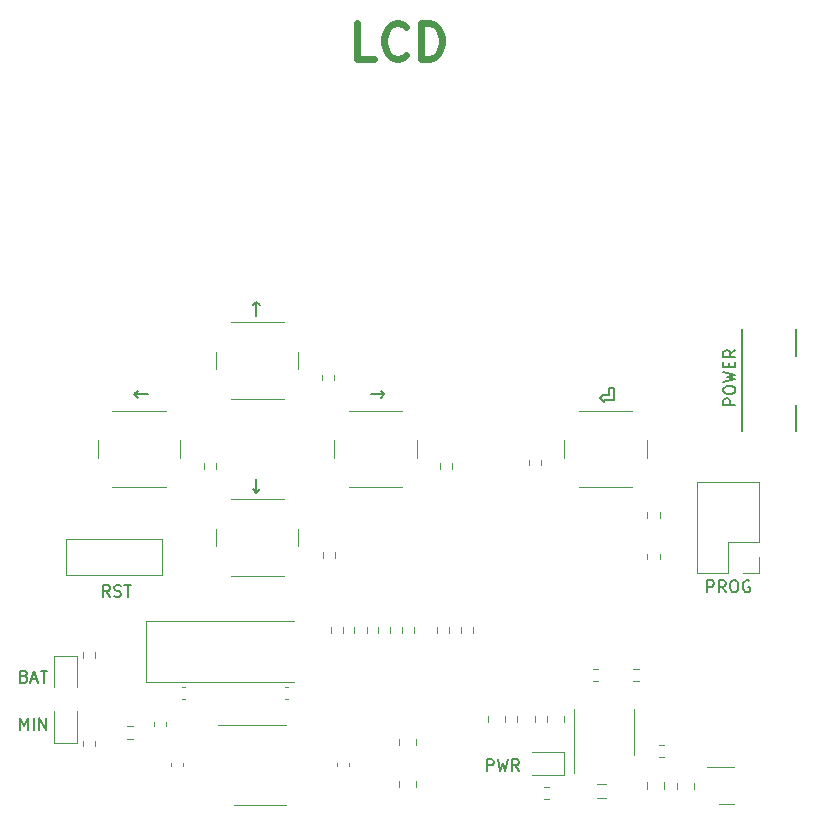
<source format=gbr>
%TF.GenerationSoftware,KiCad,Pcbnew,8.0.0*%
%TF.CreationDate,2024-03-23T15:17:17+01:00*%
%TF.ProjectId,stopwatchy,73746f70-7761-4746-9368-792e6b696361,rev?*%
%TF.SameCoordinates,Original*%
%TF.FileFunction,Legend,Top*%
%TF.FilePolarity,Positive*%
%FSLAX46Y46*%
G04 Gerber Fmt 4.6, Leading zero omitted, Abs format (unit mm)*
G04 Created by KiCad (PCBNEW 8.0.0) date 2024-03-23 15:17:17*
%MOMM*%
%LPD*%
G01*
G04 APERTURE LIST*
%ADD10C,0.150000*%
%ADD11C,0.200000*%
%ADD12C,0.600000*%
%ADD13C,0.120000*%
G04 APERTURE END LIST*
D10*
X107586779Y-107619819D02*
X107586779Y-106619819D01*
X107586779Y-106619819D02*
X107920112Y-107334104D01*
X107920112Y-107334104D02*
X108253445Y-106619819D01*
X108253445Y-106619819D02*
X108253445Y-107619819D01*
X108729636Y-107619819D02*
X108729636Y-106619819D01*
X109205826Y-107619819D02*
X109205826Y-106619819D01*
X109205826Y-106619819D02*
X109777254Y-107619819D01*
X109777254Y-107619819D02*
X109777254Y-106619819D01*
X107920112Y-103096009D02*
X108062969Y-103143628D01*
X108062969Y-103143628D02*
X108110588Y-103191247D01*
X108110588Y-103191247D02*
X108158207Y-103286485D01*
X108158207Y-103286485D02*
X108158207Y-103429342D01*
X108158207Y-103429342D02*
X108110588Y-103524580D01*
X108110588Y-103524580D02*
X108062969Y-103572200D01*
X108062969Y-103572200D02*
X107967731Y-103619819D01*
X107967731Y-103619819D02*
X107586779Y-103619819D01*
X107586779Y-103619819D02*
X107586779Y-102619819D01*
X107586779Y-102619819D02*
X107920112Y-102619819D01*
X107920112Y-102619819D02*
X108015350Y-102667438D01*
X108015350Y-102667438D02*
X108062969Y-102715057D01*
X108062969Y-102715057D02*
X108110588Y-102810295D01*
X108110588Y-102810295D02*
X108110588Y-102905533D01*
X108110588Y-102905533D02*
X108062969Y-103000771D01*
X108062969Y-103000771D02*
X108015350Y-103048390D01*
X108015350Y-103048390D02*
X107920112Y-103096009D01*
X107920112Y-103096009D02*
X107586779Y-103096009D01*
X108539160Y-103334104D02*
X109015350Y-103334104D01*
X108443922Y-103619819D02*
X108777255Y-102619819D01*
X108777255Y-102619819D02*
X109110588Y-103619819D01*
X109301065Y-102619819D02*
X109872493Y-102619819D01*
X109586779Y-103619819D02*
X109586779Y-102619819D01*
X165736779Y-95969819D02*
X165736779Y-94969819D01*
X165736779Y-94969819D02*
X166117731Y-94969819D01*
X166117731Y-94969819D02*
X166212969Y-95017438D01*
X166212969Y-95017438D02*
X166260588Y-95065057D01*
X166260588Y-95065057D02*
X166308207Y-95160295D01*
X166308207Y-95160295D02*
X166308207Y-95303152D01*
X166308207Y-95303152D02*
X166260588Y-95398390D01*
X166260588Y-95398390D02*
X166212969Y-95446009D01*
X166212969Y-95446009D02*
X166117731Y-95493628D01*
X166117731Y-95493628D02*
X165736779Y-95493628D01*
X167308207Y-95969819D02*
X166974874Y-95493628D01*
X166736779Y-95969819D02*
X166736779Y-94969819D01*
X166736779Y-94969819D02*
X167117731Y-94969819D01*
X167117731Y-94969819D02*
X167212969Y-95017438D01*
X167212969Y-95017438D02*
X167260588Y-95065057D01*
X167260588Y-95065057D02*
X167308207Y-95160295D01*
X167308207Y-95160295D02*
X167308207Y-95303152D01*
X167308207Y-95303152D02*
X167260588Y-95398390D01*
X167260588Y-95398390D02*
X167212969Y-95446009D01*
X167212969Y-95446009D02*
X167117731Y-95493628D01*
X167117731Y-95493628D02*
X166736779Y-95493628D01*
X167927255Y-94969819D02*
X168117731Y-94969819D01*
X168117731Y-94969819D02*
X168212969Y-95017438D01*
X168212969Y-95017438D02*
X168308207Y-95112676D01*
X168308207Y-95112676D02*
X168355826Y-95303152D01*
X168355826Y-95303152D02*
X168355826Y-95636485D01*
X168355826Y-95636485D02*
X168308207Y-95826961D01*
X168308207Y-95826961D02*
X168212969Y-95922200D01*
X168212969Y-95922200D02*
X168117731Y-95969819D01*
X168117731Y-95969819D02*
X167927255Y-95969819D01*
X167927255Y-95969819D02*
X167832017Y-95922200D01*
X167832017Y-95922200D02*
X167736779Y-95826961D01*
X167736779Y-95826961D02*
X167689160Y-95636485D01*
X167689160Y-95636485D02*
X167689160Y-95303152D01*
X167689160Y-95303152D02*
X167736779Y-95112676D01*
X167736779Y-95112676D02*
X167832017Y-95017438D01*
X167832017Y-95017438D02*
X167927255Y-94969819D01*
X169308207Y-95017438D02*
X169212969Y-94969819D01*
X169212969Y-94969819D02*
X169070112Y-94969819D01*
X169070112Y-94969819D02*
X168927255Y-95017438D01*
X168927255Y-95017438D02*
X168832017Y-95112676D01*
X168832017Y-95112676D02*
X168784398Y-95207914D01*
X168784398Y-95207914D02*
X168736779Y-95398390D01*
X168736779Y-95398390D02*
X168736779Y-95541247D01*
X168736779Y-95541247D02*
X168784398Y-95731723D01*
X168784398Y-95731723D02*
X168832017Y-95826961D01*
X168832017Y-95826961D02*
X168927255Y-95922200D01*
X168927255Y-95922200D02*
X169070112Y-95969819D01*
X169070112Y-95969819D02*
X169165350Y-95969819D01*
X169165350Y-95969819D02*
X169308207Y-95922200D01*
X169308207Y-95922200D02*
X169355826Y-95874580D01*
X169355826Y-95874580D02*
X169355826Y-95541247D01*
X169355826Y-95541247D02*
X169165350Y-95541247D01*
D11*
X137238720Y-79234600D02*
X138381578Y-79234600D01*
X138095863Y-79520314D02*
X138381578Y-79234600D01*
X138381578Y-79234600D02*
X138095863Y-78948885D01*
X168117219Y-80130326D02*
X167117219Y-80130326D01*
X167117219Y-80130326D02*
X167117219Y-79749374D01*
X167117219Y-79749374D02*
X167164838Y-79654136D01*
X167164838Y-79654136D02*
X167212457Y-79606517D01*
X167212457Y-79606517D02*
X167307695Y-79558898D01*
X167307695Y-79558898D02*
X167450552Y-79558898D01*
X167450552Y-79558898D02*
X167545790Y-79606517D01*
X167545790Y-79606517D02*
X167593409Y-79654136D01*
X167593409Y-79654136D02*
X167641028Y-79749374D01*
X167641028Y-79749374D02*
X167641028Y-80130326D01*
X167117219Y-78939850D02*
X167117219Y-78749374D01*
X167117219Y-78749374D02*
X167164838Y-78654136D01*
X167164838Y-78654136D02*
X167260076Y-78558898D01*
X167260076Y-78558898D02*
X167450552Y-78511279D01*
X167450552Y-78511279D02*
X167783885Y-78511279D01*
X167783885Y-78511279D02*
X167974361Y-78558898D01*
X167974361Y-78558898D02*
X168069600Y-78654136D01*
X168069600Y-78654136D02*
X168117219Y-78749374D01*
X168117219Y-78749374D02*
X168117219Y-78939850D01*
X168117219Y-78939850D02*
X168069600Y-79035088D01*
X168069600Y-79035088D02*
X167974361Y-79130326D01*
X167974361Y-79130326D02*
X167783885Y-79177945D01*
X167783885Y-79177945D02*
X167450552Y-79177945D01*
X167450552Y-79177945D02*
X167260076Y-79130326D01*
X167260076Y-79130326D02*
X167164838Y-79035088D01*
X167164838Y-79035088D02*
X167117219Y-78939850D01*
X167117219Y-78177945D02*
X168117219Y-77939850D01*
X168117219Y-77939850D02*
X167402933Y-77749374D01*
X167402933Y-77749374D02*
X168117219Y-77558898D01*
X168117219Y-77558898D02*
X167117219Y-77320803D01*
X167593409Y-76939850D02*
X167593409Y-76606517D01*
X168117219Y-76463660D02*
X168117219Y-76939850D01*
X168117219Y-76939850D02*
X167117219Y-76939850D01*
X167117219Y-76939850D02*
X167117219Y-76463660D01*
X168117219Y-75463660D02*
X167641028Y-75796993D01*
X168117219Y-76035088D02*
X167117219Y-76035088D01*
X167117219Y-76035088D02*
X167117219Y-75654136D01*
X167117219Y-75654136D02*
X167164838Y-75558898D01*
X167164838Y-75558898D02*
X167212457Y-75511279D01*
X167212457Y-75511279D02*
X167307695Y-75463660D01*
X167307695Y-75463660D02*
X167450552Y-75463660D01*
X167450552Y-75463660D02*
X167545790Y-75511279D01*
X167545790Y-75511279D02*
X167593409Y-75558898D01*
X167593409Y-75558898D02*
X167641028Y-75654136D01*
X167641028Y-75654136D02*
X167641028Y-76035088D01*
D12*
X137537593Y-50801657D02*
X136109021Y-50801657D01*
X136109021Y-50801657D02*
X136109021Y-47801657D01*
X140251878Y-50515942D02*
X140109021Y-50658800D01*
X140109021Y-50658800D02*
X139680449Y-50801657D01*
X139680449Y-50801657D02*
X139394735Y-50801657D01*
X139394735Y-50801657D02*
X138966164Y-50658800D01*
X138966164Y-50658800D02*
X138680449Y-50373085D01*
X138680449Y-50373085D02*
X138537592Y-50087371D01*
X138537592Y-50087371D02*
X138394735Y-49515942D01*
X138394735Y-49515942D02*
X138394735Y-49087371D01*
X138394735Y-49087371D02*
X138537592Y-48515942D01*
X138537592Y-48515942D02*
X138680449Y-48230228D01*
X138680449Y-48230228D02*
X138966164Y-47944514D01*
X138966164Y-47944514D02*
X139394735Y-47801657D01*
X139394735Y-47801657D02*
X139680449Y-47801657D01*
X139680449Y-47801657D02*
X140109021Y-47944514D01*
X140109021Y-47944514D02*
X140251878Y-48087371D01*
X141537592Y-50801657D02*
X141537592Y-47801657D01*
X141537592Y-47801657D02*
X142251878Y-47801657D01*
X142251878Y-47801657D02*
X142680449Y-47944514D01*
X142680449Y-47944514D02*
X142966164Y-48230228D01*
X142966164Y-48230228D02*
X143109021Y-48515942D01*
X143109021Y-48515942D02*
X143251878Y-49087371D01*
X143251878Y-49087371D02*
X143251878Y-49515942D01*
X143251878Y-49515942D02*
X143109021Y-50087371D01*
X143109021Y-50087371D02*
X142966164Y-50373085D01*
X142966164Y-50373085D02*
X142680449Y-50658800D01*
X142680449Y-50658800D02*
X142251878Y-50801657D01*
X142251878Y-50801657D02*
X141537592Y-50801657D01*
D10*
X147086779Y-111119819D02*
X147086779Y-110119819D01*
X147086779Y-110119819D02*
X147467731Y-110119819D01*
X147467731Y-110119819D02*
X147562969Y-110167438D01*
X147562969Y-110167438D02*
X147610588Y-110215057D01*
X147610588Y-110215057D02*
X147658207Y-110310295D01*
X147658207Y-110310295D02*
X147658207Y-110453152D01*
X147658207Y-110453152D02*
X147610588Y-110548390D01*
X147610588Y-110548390D02*
X147562969Y-110596009D01*
X147562969Y-110596009D02*
X147467731Y-110643628D01*
X147467731Y-110643628D02*
X147086779Y-110643628D01*
X147991541Y-110119819D02*
X148229636Y-111119819D01*
X148229636Y-111119819D02*
X148420112Y-110405533D01*
X148420112Y-110405533D02*
X148610588Y-111119819D01*
X148610588Y-111119819D02*
X148848684Y-110119819D01*
X149801064Y-111119819D02*
X149467731Y-110643628D01*
X149229636Y-111119819D02*
X149229636Y-110119819D01*
X149229636Y-110119819D02*
X149610588Y-110119819D01*
X149610588Y-110119819D02*
X149705826Y-110167438D01*
X149705826Y-110167438D02*
X149753445Y-110215057D01*
X149753445Y-110215057D02*
X149801064Y-110310295D01*
X149801064Y-110310295D02*
X149801064Y-110453152D01*
X149801064Y-110453152D02*
X149753445Y-110548390D01*
X149753445Y-110548390D02*
X149705826Y-110596009D01*
X149705826Y-110596009D02*
X149610588Y-110643628D01*
X149610588Y-110643628D02*
X149229636Y-110643628D01*
D11*
X127560149Y-86413171D02*
X127560149Y-87556028D01*
X127845863Y-87270314D02*
X127560149Y-87556028D01*
X127560149Y-87556028D02*
X127274435Y-87270314D01*
X127560149Y-72556028D02*
X127560149Y-71413171D01*
X127274435Y-71698885D02*
X127560149Y-71413171D01*
X127560149Y-71413171D02*
X127845863Y-71698885D01*
X156667292Y-79520314D02*
X157024435Y-79877457D01*
X157024435Y-79877457D02*
X157024435Y-79734600D01*
X157024435Y-79734600D02*
X157881578Y-79734600D01*
X157881578Y-79734600D02*
X157881578Y-78663171D01*
X157881578Y-78663171D02*
X157453006Y-78663171D01*
X157453006Y-78663171D02*
X157453006Y-79306028D01*
X157453006Y-79306028D02*
X157024435Y-79306028D01*
X157024435Y-79306028D02*
X157024435Y-79163171D01*
X157024435Y-79163171D02*
X156667292Y-79520314D01*
X118381578Y-79234600D02*
X117238720Y-79234600D01*
X117524435Y-79520314D02*
X117238720Y-79234600D01*
X117238720Y-79234600D02*
X117524435Y-78948885D01*
D10*
X115158207Y-96369819D02*
X114824874Y-95893628D01*
X114586779Y-96369819D02*
X114586779Y-95369819D01*
X114586779Y-95369819D02*
X114967731Y-95369819D01*
X114967731Y-95369819D02*
X115062969Y-95417438D01*
X115062969Y-95417438D02*
X115110588Y-95465057D01*
X115110588Y-95465057D02*
X115158207Y-95560295D01*
X115158207Y-95560295D02*
X115158207Y-95703152D01*
X115158207Y-95703152D02*
X115110588Y-95798390D01*
X115110588Y-95798390D02*
X115062969Y-95846009D01*
X115062969Y-95846009D02*
X114967731Y-95893628D01*
X114967731Y-95893628D02*
X114586779Y-95893628D01*
X115539160Y-96322200D02*
X115682017Y-96369819D01*
X115682017Y-96369819D02*
X115920112Y-96369819D01*
X115920112Y-96369819D02*
X116015350Y-96322200D01*
X116015350Y-96322200D02*
X116062969Y-96274580D01*
X116062969Y-96274580D02*
X116110588Y-96179342D01*
X116110588Y-96179342D02*
X116110588Y-96084104D01*
X116110588Y-96084104D02*
X116062969Y-95988866D01*
X116062969Y-95988866D02*
X116015350Y-95941247D01*
X116015350Y-95941247D02*
X115920112Y-95893628D01*
X115920112Y-95893628D02*
X115729636Y-95846009D01*
X115729636Y-95846009D02*
X115634398Y-95798390D01*
X115634398Y-95798390D02*
X115586779Y-95750771D01*
X115586779Y-95750771D02*
X115539160Y-95655533D01*
X115539160Y-95655533D02*
X115539160Y-95560295D01*
X115539160Y-95560295D02*
X115586779Y-95465057D01*
X115586779Y-95465057D02*
X115634398Y-95417438D01*
X115634398Y-95417438D02*
X115729636Y-95369819D01*
X115729636Y-95369819D02*
X115967731Y-95369819D01*
X115967731Y-95369819D02*
X116110588Y-95417438D01*
X116396303Y-95369819D02*
X116967731Y-95369819D01*
X116682017Y-96369819D02*
X116682017Y-95369819D01*
D13*
%TO.C,C11*%
X130009420Y-103990000D02*
X130290580Y-103990000D01*
X130009420Y-105010000D02*
X130290580Y-105010000D01*
%TO.C,R3*%
X156062742Y-102477500D02*
X156537258Y-102477500D01*
X156062742Y-103522500D02*
X156537258Y-103522500D01*
%TO.C,R1*%
X116650242Y-107327500D02*
X117124758Y-107327500D01*
X116650242Y-108372500D02*
X117124758Y-108372500D01*
%TO.C,L1*%
X157199622Y-112240000D02*
X156400378Y-112240000D01*
X157199622Y-113360000D02*
X156400378Y-113360000D01*
%TO.C,U1*%
X154422500Y-107825000D02*
X154422500Y-105875000D01*
X154422500Y-107825000D02*
X154422500Y-111275000D01*
X159542500Y-107825000D02*
X159542500Y-105875000D01*
X159542500Y-107825000D02*
X159542500Y-109775000D01*
%TO.C,D2*%
X110427500Y-101352500D02*
X110427500Y-104037500D01*
X112347500Y-101352500D02*
X110427500Y-101352500D01*
X112347500Y-104037500D02*
X112347500Y-101352500D01*
%TO.C,R8*%
X137865000Y-99412258D02*
X137865000Y-98937742D01*
X138910000Y-99412258D02*
X138910000Y-98937742D01*
%TO.C,R21*%
X152361520Y-112476695D02*
X151887004Y-112476695D01*
X152361520Y-113521695D02*
X151887004Y-113521695D01*
%TO.C,R13*%
X123115000Y-85537258D02*
X123115000Y-85062742D01*
X124160000Y-85537258D02*
X124160000Y-85062742D01*
%TO.C,SW5*%
X114137500Y-83100000D02*
X114137500Y-84600000D01*
X115387500Y-87100000D02*
X119887500Y-87100000D01*
X119887500Y-80600000D02*
X115387500Y-80600000D01*
X121137500Y-84600000D02*
X121137500Y-83100000D01*
%TO.C,C4*%
X139652500Y-111963750D02*
X139652500Y-112486254D01*
X141122500Y-111963750D02*
X141122500Y-112486254D01*
%TO.C,R9*%
X161637742Y-108877500D02*
X162112258Y-108877500D01*
X161637742Y-109922500D02*
X162112258Y-109922500D01*
%TO.C,C6*%
X163152500Y-112611252D02*
X163152500Y-112088748D01*
X164622500Y-112611252D02*
X164622500Y-112088748D01*
%TO.C,C5*%
X118877500Y-107265580D02*
X118877500Y-106984420D01*
X119897500Y-107265580D02*
X119897500Y-106984420D01*
%TO.C,SW3*%
X153637500Y-83100000D02*
X153637500Y-84600000D01*
X154887500Y-87100000D02*
X159387500Y-87100000D01*
X159387500Y-80600000D02*
X154887500Y-80600000D01*
X160637500Y-84600000D02*
X160637500Y-83100000D01*
%TO.C,C3*%
X120377500Y-110434420D02*
X120377500Y-110715580D01*
X121397500Y-110434420D02*
X121397500Y-110715580D01*
%TO.C,C9*%
X149652500Y-106438746D02*
X149652500Y-106961250D01*
X151122500Y-106438746D02*
X151122500Y-106961250D01*
%TO.C,R7*%
X135865000Y-99412258D02*
X135865000Y-98937742D01*
X136910000Y-99412258D02*
X136910000Y-98937742D01*
%TO.C,R12*%
X143115000Y-85537258D02*
X143115000Y-85062742D01*
X144160000Y-85537258D02*
X144160000Y-85062742D01*
%TO.C,D3*%
X150915000Y-111460000D02*
X153600000Y-111460000D01*
X153600000Y-109540000D02*
X150915000Y-109540000D01*
X153600000Y-111460000D02*
X153600000Y-109540000D01*
%TO.C,SW7*%
X124137500Y-90600000D02*
X124137500Y-92100000D01*
X125387500Y-94600000D02*
X129887500Y-94600000D01*
X129887500Y-88100000D02*
X125387500Y-88100000D01*
X131137500Y-92100000D02*
X131137500Y-90600000D01*
%TO.C,Q1*%
X167387500Y-110790000D02*
X165712500Y-110790000D01*
X167387500Y-110790000D02*
X168037500Y-110790000D01*
X167387500Y-113910000D02*
X166737500Y-113910000D01*
X167387500Y-113910000D02*
X168037500Y-113910000D01*
%TO.C,J4*%
X164905001Y-94355000D02*
X164905001Y-86615000D01*
X167505001Y-91755000D02*
X167505001Y-94355000D01*
X167505001Y-94355000D02*
X164905001Y-94355000D01*
X170105001Y-86615000D02*
X164905001Y-86615000D01*
X170105001Y-91755000D02*
X167505001Y-91755000D01*
X170105001Y-91755000D02*
X170105001Y-86615000D01*
X170105001Y-93025000D02*
X170105001Y-94355000D01*
X170105001Y-94355000D02*
X168775001Y-94355000D01*
%TO.C,R5*%
X159462742Y-102477500D02*
X159937258Y-102477500D01*
X159462742Y-103522500D02*
X159937258Y-103522500D01*
%TO.C,R16*%
X133177500Y-93037258D02*
X133177500Y-92562742D01*
X134222500Y-93037258D02*
X134222500Y-92562742D01*
%TO.C,R20*%
X160677500Y-89212742D02*
X160677500Y-89687258D01*
X161722500Y-89212742D02*
X161722500Y-89687258D01*
%TO.C,SW4*%
X134137500Y-83100000D02*
X134137500Y-84600000D01*
X135387500Y-87100000D02*
X139887500Y-87100000D01*
X139887500Y-80600000D02*
X135387500Y-80600000D01*
X141137500Y-84600000D02*
X141137500Y-83100000D01*
%TO.C,J2*%
X111460000Y-91500000D02*
X111460000Y-94500000D01*
X111460000Y-91500000D02*
X119560000Y-91500000D01*
X119560000Y-94500000D02*
X111460000Y-94500000D01*
X119560000Y-94500000D02*
X119560000Y-91500000D01*
%TO.C,R11*%
X150615000Y-85237258D02*
X150615000Y-84762742D01*
X151660000Y-85237258D02*
X151660000Y-84762742D01*
%TO.C,C1*%
X139652500Y-108886252D02*
X139652500Y-108363748D01*
X141122500Y-108886252D02*
X141122500Y-108363748D01*
D10*
%TO.C,SW2*%
X168700000Y-82300000D02*
X168700000Y-73700000D01*
X173300000Y-76000000D02*
X173300000Y-73700000D01*
X173300000Y-82300000D02*
X173300000Y-80100000D01*
D13*
%TO.C,R17*%
X142865000Y-99412258D02*
X142865000Y-98937742D01*
X143910000Y-99412258D02*
X143910000Y-98937742D01*
%TO.C,R15*%
X133115000Y-78037258D02*
X133115000Y-77562742D01*
X134160000Y-78037258D02*
X134160000Y-77562742D01*
%TO.C,C12*%
X121246920Y-103990000D02*
X121528080Y-103990000D01*
X121246920Y-105010000D02*
X121528080Y-105010000D01*
%TO.C,Y1*%
X118187500Y-98450000D02*
X118187500Y-103550000D01*
X118187500Y-103550000D02*
X130787500Y-103550000D01*
X130787500Y-98450000D02*
X118187500Y-98450000D01*
%TO.C,C10*%
X147152500Y-106438746D02*
X147152500Y-106961250D01*
X148622500Y-106438746D02*
X148622500Y-106961250D01*
%TO.C,C2*%
X134377500Y-110434420D02*
X134377500Y-110715580D01*
X135397500Y-110434420D02*
X135397500Y-110715580D01*
%TO.C,R19*%
X160677500Y-93187258D02*
X160677500Y-92712742D01*
X161722500Y-93187258D02*
X161722500Y-92712742D01*
%TO.C,C7*%
X160652500Y-112604240D02*
X160652500Y-112081736D01*
X162122500Y-112604240D02*
X162122500Y-112081736D01*
%TO.C,R10*%
X139865000Y-99412258D02*
X139865000Y-98937742D01*
X140910000Y-99412258D02*
X140910000Y-98937742D01*
%TO.C,R18*%
X144865000Y-99412258D02*
X144865000Y-98937742D01*
X145910000Y-99412258D02*
X145910000Y-98937742D01*
%TO.C,D1*%
X110427500Y-106037499D02*
X110427500Y-108722499D01*
X110427500Y-108722499D02*
X112347500Y-108722499D01*
X112347500Y-108722499D02*
X112347500Y-106037499D01*
%TO.C,R6*%
X133865000Y-99412258D02*
X133865000Y-98937742D01*
X134910000Y-99412258D02*
X134910000Y-98937742D01*
%TO.C,R4*%
X112865000Y-101537258D02*
X112865000Y-101062742D01*
X113910000Y-101537258D02*
X113910000Y-101062742D01*
%TO.C,R2*%
X112865000Y-108537742D02*
X112865000Y-109012258D01*
X113910000Y-108537742D02*
X113910000Y-109012258D01*
%TO.C,C8*%
X152152500Y-106438748D02*
X152152500Y-106961252D01*
X153622500Y-106438748D02*
X153622500Y-106961252D01*
%TO.C,U2*%
X127887500Y-107190000D02*
X124287500Y-107190000D01*
X127887500Y-107190000D02*
X130087500Y-107190000D01*
X127887500Y-113960000D02*
X125687500Y-113960000D01*
X127887500Y-113960000D02*
X130087500Y-113960000D01*
%TO.C,SW6*%
X124137500Y-75600000D02*
X124137500Y-77100000D01*
X125387500Y-79600000D02*
X129887500Y-79600000D01*
X129887500Y-73100000D02*
X125387500Y-73100000D01*
X131137500Y-77100000D02*
X131137500Y-75600000D01*
%TD*%
M02*

</source>
